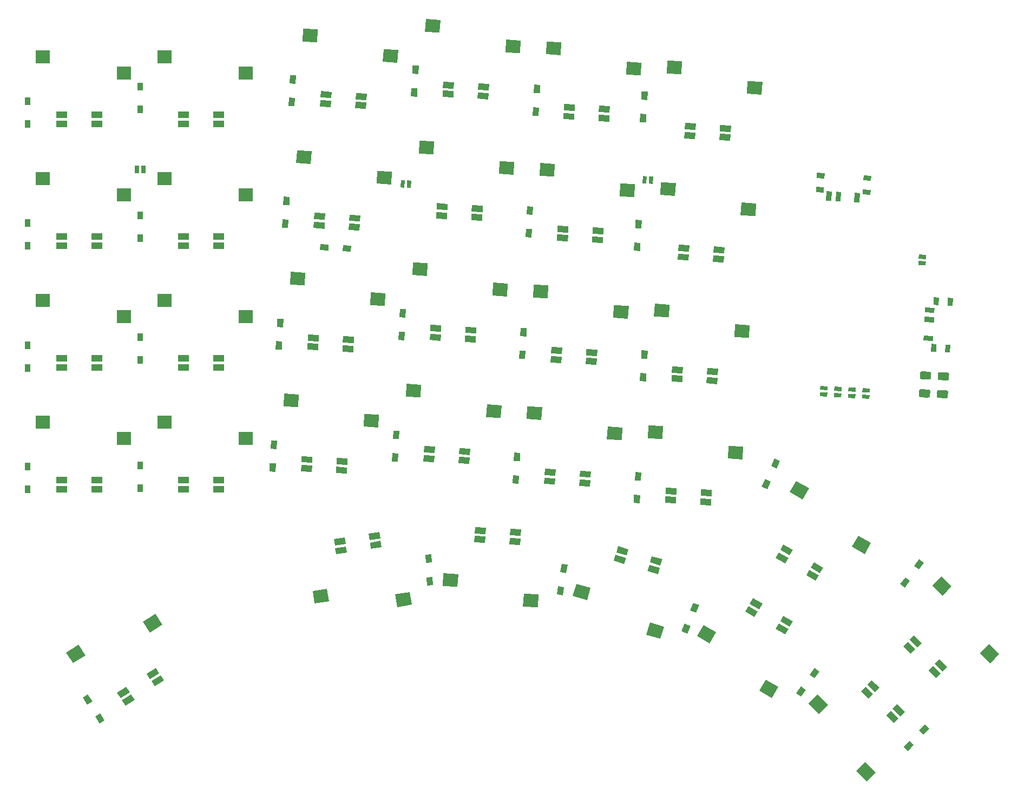
<source format=gtp>
G04 #@! TF.GenerationSoftware,KiCad,Pcbnew,(5.1.12-1-10_14)*
G04 #@! TF.CreationDate,2021-12-17T12:39:00+00:00*
G04 #@! TF.ProjectId,avalanche-hotswap,6176616c-616e-4636-9865-2d686f747377,rev?*
G04 #@! TF.SameCoordinates,Original*
G04 #@! TF.FileFunction,Paste,Top*
G04 #@! TF.FilePolarity,Positive*
%FSLAX46Y46*%
G04 Gerber Fmt 4.6, Leading zero omitted, Abs format (unit mm)*
G04 Created by KiCad (PCBNEW (5.1.12-1-10_14)) date 2021-12-17 12:39:00*
%MOMM*%
%LPD*%
G01*
G04 APERTURE LIST*
%ADD10C,0.100000*%
%ADD11R,1.700000X1.000000*%
%ADD12R,2.300000X2.000000*%
%ADD13R,0.950000X1.300000*%
%ADD14R,0.635000X1.143000*%
G04 APERTURE END LIST*
D10*
G36*
X196910841Y-38925500D02*
G01*
X196806169Y-40922759D01*
X194509321Y-40802386D01*
X194613993Y-38805127D01*
X196910841Y-38925500D01*
G37*
G36*
X184361179Y-35724315D02*
G01*
X184256507Y-37721574D01*
X181959659Y-37601201D01*
X182064331Y-35603942D01*
X184361179Y-35724315D01*
G37*
G36*
X136952854Y-91008910D02*
G01*
X136848182Y-93006169D01*
X134551334Y-92885796D01*
X134656006Y-90888537D01*
X136952854Y-91008910D01*
G37*
G36*
X124403192Y-87807725D02*
G01*
X124298520Y-89804984D01*
X122001672Y-89684611D01*
X122106344Y-87687352D01*
X124403192Y-87807725D01*
G37*
G36*
X213640538Y-88532144D02*
G01*
X212499105Y-88472324D01*
X212532338Y-87838194D01*
X213673771Y-87898014D01*
X213640538Y-88532144D01*
G37*
G36*
X213692914Y-87532756D02*
G01*
X212551481Y-87472936D01*
X212584714Y-86838806D01*
X213726147Y-86898626D01*
X213692914Y-87532756D01*
G37*
G36*
X211443553Y-88417005D02*
G01*
X210302120Y-88357185D01*
X210335353Y-87723055D01*
X211476786Y-87782875D01*
X211443553Y-88417005D01*
G37*
G36*
X211495929Y-87417617D02*
G01*
X210354496Y-87357797D01*
X210387729Y-86723667D01*
X211529162Y-86783487D01*
X211495929Y-87417617D01*
G37*
G36*
X209246568Y-88301866D02*
G01*
X208105135Y-88242046D01*
X208138368Y-87607916D01*
X209279801Y-87667736D01*
X209246568Y-88301866D01*
G37*
G36*
X209298944Y-87302478D02*
G01*
X208157511Y-87242658D01*
X208190744Y-86608528D01*
X209332177Y-86668348D01*
X209298944Y-87302478D01*
G37*
G36*
X207049583Y-88186726D02*
G01*
X205908150Y-88126906D01*
X205941383Y-87492776D01*
X207082816Y-87552596D01*
X207049583Y-88186726D01*
G37*
G36*
X207101959Y-87187338D02*
G01*
X205960526Y-87127518D01*
X205993759Y-86493388D01*
X207135192Y-86553208D01*
X207101959Y-87187338D01*
G37*
G36*
X149372613Y-98599284D02*
G01*
X149424949Y-97600655D01*
X151122619Y-97689626D01*
X151070283Y-98688255D01*
X149372613Y-98599284D01*
G37*
G36*
X149445883Y-97201202D02*
G01*
X149498219Y-96202573D01*
X151195889Y-96291544D01*
X151143553Y-97290173D01*
X149445883Y-97201202D01*
G37*
G36*
X143880151Y-98311436D02*
G01*
X143932487Y-97312807D01*
X145630157Y-97401778D01*
X145577821Y-98400407D01*
X143880151Y-98311436D01*
G37*
G36*
X143953421Y-96913354D02*
G01*
X144005757Y-95914725D01*
X145703427Y-96003696D01*
X145651091Y-97002325D01*
X143953421Y-96913354D01*
G37*
G36*
X175997622Y-73978994D02*
G01*
X175892950Y-75976253D01*
X173596102Y-75855880D01*
X173700774Y-73858621D01*
X175997622Y-73978994D01*
G37*
G36*
X163447960Y-70777809D02*
G01*
X163343288Y-72775068D01*
X161046440Y-72654695D01*
X161151112Y-70657436D01*
X163447960Y-70777809D01*
G37*
D11*
X106341269Y-82205259D03*
X106341269Y-83605259D03*
X111841269Y-82205259D03*
X111841269Y-83605259D03*
D10*
G36*
X203765301Y-116148901D02*
G01*
X204265301Y-115282875D01*
X205737545Y-116132875D01*
X205237545Y-116998901D01*
X203765301Y-116148901D01*
G37*
G36*
X204465301Y-114936465D02*
G01*
X204965301Y-114070439D01*
X206437545Y-114920439D01*
X205937545Y-115786465D01*
X204465301Y-114936465D01*
G37*
G36*
X199002161Y-113398901D02*
G01*
X199502161Y-112532875D01*
X200974405Y-113382875D01*
X200474405Y-114248901D01*
X199002161Y-113398901D01*
G37*
G36*
X199702161Y-112186465D02*
G01*
X200202161Y-111320439D01*
X201674405Y-112170439D01*
X201174405Y-113036465D01*
X199702161Y-112186465D01*
G37*
G36*
X135686370Y-111996507D02*
G01*
X135529936Y-111008819D01*
X137209006Y-110742881D01*
X137365440Y-111730569D01*
X135686370Y-111996507D01*
G37*
G36*
X135467362Y-110613743D02*
G01*
X135310928Y-109626055D01*
X136989998Y-109360117D01*
X137146432Y-110347805D01*
X135467362Y-110613743D01*
G37*
G36*
X130254084Y-112856897D02*
G01*
X130097650Y-111869209D01*
X131776720Y-111603271D01*
X131933154Y-112590959D01*
X130254084Y-112856897D01*
G37*
G36*
X130035076Y-111474133D02*
G01*
X129878642Y-110486445D01*
X131557712Y-110220507D01*
X131714146Y-111208195D01*
X130035076Y-111474133D01*
G37*
G36*
X189176312Y-67089273D02*
G01*
X189228648Y-66090644D01*
X190926318Y-66179615D01*
X190873982Y-67178244D01*
X189176312Y-67089273D01*
G37*
G36*
X189249582Y-65691191D02*
G01*
X189301918Y-64692562D01*
X190999588Y-64781533D01*
X190947252Y-65780162D01*
X189249582Y-65691191D01*
G37*
G36*
X183683850Y-66801425D02*
G01*
X183736186Y-65802796D01*
X185433856Y-65891767D01*
X185381520Y-66890396D01*
X183683850Y-66801425D01*
G37*
G36*
X183757120Y-65403343D02*
G01*
X183809456Y-64404714D01*
X185507126Y-64493685D01*
X185454790Y-65492314D01*
X183757120Y-65403343D01*
G37*
G36*
X101885827Y-133517377D02*
G01*
X101341187Y-132678707D01*
X102766927Y-131752821D01*
X103311567Y-132591491D01*
X101885827Y-133517377D01*
G37*
G36*
X101123333Y-132343238D02*
G01*
X100578693Y-131504568D01*
X102004433Y-130578682D01*
X102549073Y-131417352D01*
X101123333Y-132343238D01*
G37*
G36*
X97273139Y-136512892D02*
G01*
X96728499Y-135674222D01*
X98154239Y-134748336D01*
X98698879Y-135587006D01*
X97273139Y-136512892D01*
G37*
G36*
X96510645Y-135338753D02*
G01*
X95966005Y-134500083D01*
X97391745Y-133574197D01*
X97936385Y-134412867D01*
X96510645Y-135338753D01*
G37*
D11*
X87291279Y-101255249D03*
X87291279Y-102655249D03*
X92791279Y-101255249D03*
X92791279Y-102655249D03*
X87291265Y-82205254D03*
X87291265Y-83605254D03*
X92791265Y-82205254D03*
X92791265Y-83605254D03*
X87291244Y-63155245D03*
X87291244Y-64555245D03*
X92791244Y-63155245D03*
X92791244Y-64555245D03*
X87291291Y-44105255D03*
X87291291Y-45505255D03*
X92791291Y-44105255D03*
X92791291Y-45505255D03*
X106341266Y-44105254D03*
X106341266Y-45505254D03*
X111841266Y-44105254D03*
X111841266Y-45505254D03*
X106341269Y-63155231D03*
X106341269Y-64555231D03*
X111841269Y-63155231D03*
X111841269Y-64555231D03*
X106341286Y-101255273D03*
X106341286Y-102655273D03*
X111841286Y-101255273D03*
X111841286Y-102655273D03*
D10*
G36*
X130215277Y-100148837D02*
G01*
X130267613Y-99150208D01*
X131965283Y-99239179D01*
X131912947Y-100237808D01*
X130215277Y-100148837D01*
G37*
G36*
X130288547Y-98750755D02*
G01*
X130340883Y-97752126D01*
X132038553Y-97841097D01*
X131986217Y-98839726D01*
X130288547Y-98750755D01*
G37*
G36*
X124722815Y-99860989D02*
G01*
X124775151Y-98862360D01*
X126472821Y-98951331D01*
X126420485Y-99949960D01*
X124722815Y-99860989D01*
G37*
G36*
X124796085Y-98462907D02*
G01*
X124848421Y-97464278D01*
X126546091Y-97553249D01*
X126493755Y-98551878D01*
X124796085Y-98462907D01*
G37*
G36*
X131212267Y-81124930D02*
G01*
X131264603Y-80126301D01*
X132962273Y-80215272D01*
X132909937Y-81213901D01*
X131212267Y-81124930D01*
G37*
G36*
X131285537Y-79726848D02*
G01*
X131337873Y-78728219D01*
X133035543Y-78817190D01*
X132983207Y-79815819D01*
X131285537Y-79726848D01*
G37*
G36*
X125719805Y-80837082D02*
G01*
X125772141Y-79838453D01*
X127469811Y-79927424D01*
X127417475Y-80926053D01*
X125719805Y-80837082D01*
G37*
G36*
X125793075Y-79439000D02*
G01*
X125845411Y-78440371D01*
X127543081Y-78529342D01*
X127490745Y-79527971D01*
X125793075Y-79439000D01*
G37*
G36*
X132209278Y-62101006D02*
G01*
X132261614Y-61102377D01*
X133959284Y-61191348D01*
X133906948Y-62189977D01*
X132209278Y-62101006D01*
G37*
G36*
X132282548Y-60702924D02*
G01*
X132334884Y-59704295D01*
X134032554Y-59793266D01*
X133980218Y-60791895D01*
X132282548Y-60702924D01*
G37*
G36*
X126716816Y-61813158D02*
G01*
X126769152Y-60814529D01*
X128466822Y-60903500D01*
X128414486Y-61902129D01*
X126716816Y-61813158D01*
G37*
G36*
X126790086Y-60415076D02*
G01*
X126842422Y-59416447D01*
X128540092Y-59505418D01*
X128487756Y-60504047D01*
X126790086Y-60415076D01*
G37*
G36*
X133206285Y-43077150D02*
G01*
X133258621Y-42078521D01*
X134956291Y-42167492D01*
X134903955Y-43166121D01*
X133206285Y-43077150D01*
G37*
G36*
X133279555Y-41679068D02*
G01*
X133331891Y-40680439D01*
X135029561Y-40769410D01*
X134977225Y-41768039D01*
X133279555Y-41679068D01*
G37*
G36*
X127713823Y-42789302D02*
G01*
X127766159Y-41790673D01*
X129463829Y-41879644D01*
X129411493Y-42878273D01*
X127713823Y-42789302D01*
G37*
G36*
X127787093Y-41391220D02*
G01*
X127839429Y-40392591D01*
X129537099Y-40481562D01*
X129484763Y-41480191D01*
X127787093Y-41391220D01*
G37*
G36*
X152361021Y-41577575D02*
G01*
X152413357Y-40578946D01*
X154111027Y-40667917D01*
X154058691Y-41666546D01*
X152361021Y-41577575D01*
G37*
G36*
X152434291Y-40179493D02*
G01*
X152486627Y-39180864D01*
X154184297Y-39269835D01*
X154131961Y-40268464D01*
X152434291Y-40179493D01*
G37*
G36*
X146868559Y-41289727D02*
G01*
X146920895Y-40291098D01*
X148618565Y-40380069D01*
X148566229Y-41378698D01*
X146868559Y-41289727D01*
G37*
G36*
X146941829Y-39891645D02*
G01*
X146994165Y-38893016D01*
X148691835Y-38981987D01*
X148639499Y-39980616D01*
X146941829Y-39891645D01*
G37*
G36*
X151363984Y-60601461D02*
G01*
X151416320Y-59602832D01*
X153113990Y-59691803D01*
X153061654Y-60690432D01*
X151363984Y-60601461D01*
G37*
G36*
X151437254Y-59203379D02*
G01*
X151489590Y-58204750D01*
X153187260Y-58293721D01*
X153134924Y-59292350D01*
X151437254Y-59203379D01*
G37*
G36*
X145871522Y-60313613D02*
G01*
X145923858Y-59314984D01*
X147621528Y-59403955D01*
X147569192Y-60402584D01*
X145871522Y-60313613D01*
G37*
G36*
X145944792Y-58915531D02*
G01*
X145997128Y-57916902D01*
X147694798Y-58005873D01*
X147642462Y-59004502D01*
X145944792Y-58915531D01*
G37*
G36*
X150367012Y-79625352D02*
G01*
X150419348Y-78626723D01*
X152117018Y-78715694D01*
X152064682Y-79714323D01*
X150367012Y-79625352D01*
G37*
G36*
X150440282Y-78227270D02*
G01*
X150492618Y-77228641D01*
X152190288Y-77317612D01*
X152137952Y-78316241D01*
X150440282Y-78227270D01*
G37*
G36*
X144874550Y-79337504D02*
G01*
X144926886Y-78338875D01*
X146624556Y-78427846D01*
X146572220Y-79426475D01*
X144874550Y-79337504D01*
G37*
G36*
X144947820Y-77939422D02*
G01*
X145000156Y-76940793D01*
X146697826Y-77029764D01*
X146645490Y-78028393D01*
X144947820Y-77939422D01*
G37*
G36*
X157340888Y-111267975D02*
G01*
X157393224Y-110269346D01*
X159090894Y-110358317D01*
X159038558Y-111356946D01*
X157340888Y-111267975D01*
G37*
G36*
X157414158Y-109869893D02*
G01*
X157466494Y-108871264D01*
X159164164Y-108960235D01*
X159111828Y-109958864D01*
X157414158Y-109869893D01*
G37*
G36*
X151848426Y-110980127D02*
G01*
X151900762Y-109981498D01*
X153598432Y-110070469D01*
X153546096Y-111069098D01*
X151848426Y-110980127D01*
G37*
G36*
X151921696Y-109582045D02*
G01*
X151974032Y-108583416D01*
X153671702Y-108672387D01*
X153619366Y-109671016D01*
X151921696Y-109582045D01*
G37*
G36*
X178948213Y-115441251D02*
G01*
X179232228Y-114482431D01*
X180862221Y-114965257D01*
X180578206Y-115924077D01*
X178948213Y-115441251D01*
G37*
G36*
X179345834Y-114098903D02*
G01*
X179629849Y-113140083D01*
X181259842Y-113622909D01*
X180975827Y-114581729D01*
X179345834Y-114098903D01*
G37*
G36*
X173674704Y-113879167D02*
G01*
X173958719Y-112920347D01*
X175588712Y-113403173D01*
X175304697Y-114361993D01*
X173674704Y-113879167D01*
G37*
G36*
X174072325Y-112536819D02*
G01*
X174356340Y-111577999D01*
X175986333Y-112060825D01*
X175702318Y-113019645D01*
X174072325Y-112536819D01*
G37*
G36*
X168263098Y-102142799D02*
G01*
X168315434Y-101144170D01*
X170013104Y-101233141D01*
X169960768Y-102231770D01*
X168263098Y-102142799D01*
G37*
G36*
X168336368Y-100744717D02*
G01*
X168388704Y-99746088D01*
X170086374Y-99835059D01*
X170034038Y-100833688D01*
X168336368Y-100744717D01*
G37*
G36*
X162770636Y-101854951D02*
G01*
X162822972Y-100856322D01*
X164520642Y-100945293D01*
X164468306Y-101943922D01*
X162770636Y-101854951D01*
G37*
G36*
X162843906Y-100456869D02*
G01*
X162896242Y-99458240D01*
X164593912Y-99547211D01*
X164541576Y-100545840D01*
X162843906Y-100456869D01*
G37*
G36*
X169260079Y-83118908D02*
G01*
X169312415Y-82120279D01*
X171010085Y-82209250D01*
X170957749Y-83207879D01*
X169260079Y-83118908D01*
G37*
G36*
X169333349Y-81720826D02*
G01*
X169385685Y-80722197D01*
X171083355Y-80811168D01*
X171031019Y-81809797D01*
X169333349Y-81720826D01*
G37*
G36*
X163767617Y-82831060D02*
G01*
X163819953Y-81832431D01*
X165517623Y-81921402D01*
X165465287Y-82920031D01*
X163767617Y-82831060D01*
G37*
G36*
X163840887Y-81432978D02*
G01*
X163893223Y-80434349D01*
X165590893Y-80523320D01*
X165538557Y-81521949D01*
X163840887Y-81432978D01*
G37*
G36*
X170257059Y-64095036D02*
G01*
X170309395Y-63096407D01*
X172007065Y-63185378D01*
X171954729Y-64184007D01*
X170257059Y-64095036D01*
G37*
G36*
X170330329Y-62696954D02*
G01*
X170382665Y-61698325D01*
X172080335Y-61787296D01*
X172027999Y-62785925D01*
X170330329Y-62696954D01*
G37*
G36*
X164764597Y-63807188D02*
G01*
X164816933Y-62808559D01*
X166514603Y-62897530D01*
X166462267Y-63896159D01*
X164764597Y-63807188D01*
G37*
G36*
X164837867Y-62409106D02*
G01*
X164890203Y-61410477D01*
X166587873Y-61499448D01*
X166535537Y-62498077D01*
X164837867Y-62409106D01*
G37*
G36*
X171254064Y-45071131D02*
G01*
X171306400Y-44072502D01*
X173004070Y-44161473D01*
X172951734Y-45160102D01*
X171254064Y-45071131D01*
G37*
G36*
X171327334Y-43673049D02*
G01*
X171379670Y-42674420D01*
X173077340Y-42763391D01*
X173025004Y-43762020D01*
X171327334Y-43673049D01*
G37*
G36*
X165761602Y-44783283D02*
G01*
X165813938Y-43784654D01*
X167511608Y-43873625D01*
X167459272Y-44872254D01*
X165761602Y-44783283D01*
G37*
G36*
X165834872Y-43385201D02*
G01*
X165887208Y-42386572D01*
X167584878Y-42475543D01*
X167532542Y-43474172D01*
X165834872Y-43385201D01*
G37*
G36*
X190173297Y-48065401D02*
G01*
X190225633Y-47066772D01*
X191923303Y-47155743D01*
X191870967Y-48154372D01*
X190173297Y-48065401D01*
G37*
G36*
X190246567Y-46667319D02*
G01*
X190298903Y-45668690D01*
X191996573Y-45757661D01*
X191944237Y-46756290D01*
X190246567Y-46667319D01*
G37*
G36*
X184680835Y-47777553D02*
G01*
X184733171Y-46778924D01*
X186430841Y-46867895D01*
X186378505Y-47866524D01*
X184680835Y-47777553D01*
G37*
G36*
X184754105Y-46379471D02*
G01*
X184806441Y-45380842D01*
X186504111Y-45469813D01*
X186451775Y-46468442D01*
X184754105Y-46379471D01*
G37*
G36*
X188179296Y-86113167D02*
G01*
X188231632Y-85114538D01*
X189929302Y-85203509D01*
X189876966Y-86202138D01*
X188179296Y-86113167D01*
G37*
G36*
X188252566Y-84715085D02*
G01*
X188304902Y-83716456D01*
X190002572Y-83805427D01*
X189950236Y-84804056D01*
X188252566Y-84715085D01*
G37*
G36*
X182686834Y-85825319D02*
G01*
X182739170Y-84826690D01*
X184436840Y-84915661D01*
X184384504Y-85914290D01*
X182686834Y-85825319D01*
G37*
G36*
X182760104Y-84427237D02*
G01*
X182812440Y-83428608D01*
X184510110Y-83517579D01*
X184457774Y-84516208D01*
X182760104Y-84427237D01*
G37*
G36*
X222914525Y-131026226D02*
G01*
X223602880Y-130300851D01*
X224836017Y-131471054D01*
X224147662Y-132196429D01*
X222914525Y-131026226D01*
G37*
G36*
X223878222Y-130010702D02*
G01*
X224566577Y-129285327D01*
X225799714Y-130455530D01*
X225111359Y-131180905D01*
X223878222Y-130010702D01*
G37*
G36*
X218924966Y-127240276D02*
G01*
X219613321Y-126514901D01*
X220846458Y-127685104D01*
X220158103Y-128410479D01*
X218924966Y-127240276D01*
G37*
G36*
X219888663Y-126224752D02*
G01*
X220577018Y-125499377D01*
X221810155Y-126669580D01*
X221121800Y-127394955D01*
X219888663Y-126224752D01*
G37*
G36*
X199002814Y-124539439D02*
G01*
X199502814Y-123673413D01*
X200975058Y-124523413D01*
X200475058Y-125389439D01*
X199002814Y-124539439D01*
G37*
G36*
X199702814Y-123327003D02*
G01*
X200202814Y-122460977D01*
X201675058Y-123310977D01*
X201175058Y-124177003D01*
X199702814Y-123327003D01*
G37*
G36*
X194239674Y-121789439D02*
G01*
X194739674Y-120923413D01*
X196211918Y-121773413D01*
X195711918Y-122639439D01*
X194239674Y-121789439D01*
G37*
G36*
X194939674Y-120577003D02*
G01*
X195439674Y-119710977D01*
X196911918Y-120560977D01*
X196411918Y-121427003D01*
X194939674Y-120577003D01*
G37*
G36*
X216312464Y-138039525D02*
G01*
X217000819Y-137314150D01*
X218233956Y-138484353D01*
X217545601Y-139209728D01*
X216312464Y-138039525D01*
G37*
G36*
X217276161Y-137024001D02*
G01*
X217964516Y-136298626D01*
X219197653Y-137468829D01*
X218509298Y-138194204D01*
X217276161Y-137024001D01*
G37*
G36*
X212322905Y-134253575D02*
G01*
X213011260Y-133528200D01*
X214244397Y-134698403D01*
X213556042Y-135423778D01*
X212322905Y-134253575D01*
G37*
G36*
X213286602Y-133238051D02*
G01*
X213974957Y-132512676D01*
X215208094Y-133682879D01*
X214519739Y-134408254D01*
X213286602Y-133238051D01*
G37*
G36*
X187184919Y-105087147D02*
G01*
X187237255Y-104088518D01*
X188934925Y-104177489D01*
X188882589Y-105176118D01*
X187184919Y-105087147D01*
G37*
G36*
X187258189Y-103689065D02*
G01*
X187310525Y-102690436D01*
X189008195Y-102779407D01*
X188955859Y-103778036D01*
X187258189Y-103689065D01*
G37*
G36*
X181692457Y-104799299D02*
G01*
X181744793Y-103800670D01*
X183442463Y-103889641D01*
X183390127Y-104888270D01*
X181692457Y-104799299D01*
G37*
G36*
X181765727Y-103401217D02*
G01*
X181818063Y-102402588D01*
X183515733Y-102491559D01*
X183463397Y-103490188D01*
X181765727Y-103401217D01*
G37*
G36*
X175000638Y-93002898D02*
G01*
X174895966Y-95000157D01*
X172599118Y-94879784D01*
X172703790Y-92882525D01*
X175000638Y-93002898D01*
G37*
G36*
X162450976Y-89801713D02*
G01*
X162346304Y-91798972D01*
X160049456Y-91678599D01*
X160154128Y-89681340D01*
X162450976Y-89801713D01*
G37*
D12*
X103391260Y-34985231D03*
X116091260Y-37525231D03*
D10*
G36*
X226667699Y-73966089D02*
G01*
X225868796Y-73924220D01*
X225931599Y-72725865D01*
X226730502Y-72767734D01*
X226667699Y-73966089D01*
G37*
G36*
X224470714Y-73850950D02*
G01*
X223671811Y-73809081D01*
X223734614Y-72610726D01*
X224533517Y-72652595D01*
X224470714Y-73850950D01*
G37*
G36*
X226284600Y-81276057D02*
G01*
X225485697Y-81234188D01*
X225548500Y-80035833D01*
X226347403Y-80077702D01*
X226284600Y-81276057D01*
G37*
G36*
X224087615Y-81160918D02*
G01*
X223288712Y-81119049D01*
X223351515Y-79920694D01*
X224150418Y-79962563D01*
X224087615Y-81160918D01*
G37*
G36*
X223825566Y-75078869D02*
G01*
X222327621Y-75000365D01*
X222369490Y-74201461D01*
X223867435Y-74279965D01*
X223825566Y-75078869D01*
G37*
G36*
X223748109Y-76556840D02*
G01*
X222250164Y-76478336D01*
X222292033Y-75679432D01*
X223789978Y-75757936D01*
X223748109Y-76556840D01*
G37*
G36*
X223594241Y-79492811D02*
G01*
X222096296Y-79414307D01*
X222138165Y-78615403D01*
X223636110Y-78693907D01*
X223594241Y-79492811D01*
G37*
G36*
X206644993Y-53239773D02*
G01*
X206603124Y-54038676D01*
X205404769Y-53975873D01*
X205446638Y-53176970D01*
X206644993Y-53239773D01*
G37*
G36*
X206529854Y-55436758D02*
G01*
X206487985Y-56235661D01*
X205289630Y-56172858D01*
X205331499Y-55373955D01*
X206529854Y-55436758D01*
G37*
G36*
X213954961Y-53622872D02*
G01*
X213913092Y-54421775D01*
X212714737Y-54358972D01*
X212756606Y-53560069D01*
X213954961Y-53622872D01*
G37*
G36*
X213839822Y-55819857D02*
G01*
X213797953Y-56618760D01*
X212599598Y-56555957D01*
X212641467Y-55757054D01*
X213839822Y-55819857D01*
G37*
G36*
X207757773Y-56081906D02*
G01*
X207679269Y-57579851D01*
X206880365Y-57537982D01*
X206958869Y-56040037D01*
X207757773Y-56081906D01*
G37*
G36*
X209235744Y-56159363D02*
G01*
X209157240Y-57657308D01*
X208358336Y-57615439D01*
X208436840Y-56117494D01*
X209235744Y-56159363D01*
G37*
G36*
X212171715Y-56313231D02*
G01*
X212093211Y-57811176D01*
X211294307Y-57769307D01*
X211372811Y-56271362D01*
X212171715Y-56313231D01*
G37*
G36*
X193919842Y-95997177D02*
G01*
X193815170Y-97994436D01*
X191518322Y-97874063D01*
X191622994Y-95876804D01*
X193919842Y-95997177D01*
G37*
G36*
X181370180Y-92795992D02*
G01*
X181265508Y-94793251D01*
X178968660Y-94672878D01*
X179073332Y-92675619D01*
X181370180Y-92795992D01*
G37*
G36*
X143558313Y-86300664D02*
G01*
X143453641Y-88297923D01*
X141156793Y-88177550D01*
X141261465Y-86180291D01*
X143558313Y-86300664D01*
G37*
G36*
X156107975Y-89501849D02*
G01*
X156003303Y-91499108D01*
X153706455Y-91378735D01*
X153811127Y-89381476D01*
X156107975Y-89501849D01*
G37*
G36*
X204120246Y-136231194D02*
G01*
X205496955Y-134780445D01*
X207165316Y-136363660D01*
X205788607Y-137814409D01*
X204120246Y-136231194D01*
G37*
G36*
X211584079Y-146815748D02*
G01*
X212960788Y-145364999D01*
X214629149Y-146948214D01*
X213252440Y-148398963D01*
X211584079Y-146815748D01*
G37*
G36*
X146925619Y-117801671D02*
G01*
X147030291Y-115804412D01*
X149327139Y-115924785D01*
X149222467Y-117922044D01*
X146925619Y-117801671D01*
G37*
G36*
X159475281Y-121002856D02*
G01*
X159579953Y-119005597D01*
X161876801Y-119125970D01*
X161772129Y-121123229D01*
X159475281Y-121002856D01*
G37*
G36*
X233985581Y-128439365D02*
G01*
X232608872Y-129890114D01*
X230940511Y-128306899D01*
X232317220Y-126856150D01*
X233985581Y-128439365D01*
G37*
G36*
X226521748Y-117854811D02*
G01*
X225145039Y-119305560D01*
X223476678Y-117722345D01*
X224853387Y-116271596D01*
X226521748Y-117854811D01*
G37*
G36*
X221388054Y-115231488D02*
G01*
X220634368Y-114653165D01*
X221425758Y-113621806D01*
X222179444Y-114200129D01*
X221388054Y-115231488D01*
G37*
G36*
X219226950Y-118047892D02*
G01*
X218473264Y-117469569D01*
X219264654Y-116438210D01*
X220018340Y-117016533D01*
X219226950Y-118047892D01*
G37*
G36*
X126869931Y-120566206D02*
G01*
X126557062Y-118590829D01*
X128828745Y-118231030D01*
X129141614Y-120206407D01*
X126869931Y-120566206D01*
G37*
G36*
X139810916Y-121088217D02*
G01*
X139498047Y-119112840D01*
X141769730Y-118753041D01*
X142082599Y-120728418D01*
X139810916Y-121088217D01*
G37*
G36*
X144201493Y-112881912D02*
G01*
X145150191Y-112832193D01*
X145218227Y-114130412D01*
X144269529Y-114180131D01*
X144201493Y-112881912D01*
G37*
G36*
X144387285Y-116427046D02*
G01*
X145335983Y-116377327D01*
X145404019Y-117675546D01*
X144455321Y-117725265D01*
X144387285Y-116427046D01*
G37*
G36*
X186696027Y-125613735D02*
G01*
X187696027Y-123881685D01*
X189687885Y-125031685D01*
X188687885Y-126763735D01*
X186696027Y-125613735D01*
G37*
G36*
X196424550Y-134163439D02*
G01*
X197424550Y-132431389D01*
X199416408Y-133581389D01*
X198416408Y-135313439D01*
X196424550Y-134163439D01*
G37*
G36*
X167272447Y-119366771D02*
G01*
X167840478Y-117449132D01*
X170045763Y-118102367D01*
X169477732Y-120020006D01*
X167272447Y-119366771D01*
G37*
G36*
X178728059Y-125409168D02*
G01*
X179296090Y-123491529D01*
X181501375Y-124144764D01*
X180933344Y-126062403D01*
X178728059Y-125409168D01*
G37*
D12*
X84341255Y-54035244D03*
X97041255Y-56575244D03*
X103391271Y-73085249D03*
X116091271Y-75625249D03*
D10*
G36*
X219889673Y-142014822D02*
G01*
X220578778Y-142668759D01*
X219683917Y-143611746D01*
X218994812Y-142957809D01*
X219889673Y-142014822D01*
G37*
G36*
X222333331Y-139439742D02*
G01*
X223022436Y-140093679D01*
X222127575Y-141036666D01*
X221438470Y-140382729D01*
X222333331Y-139439742D01*
G37*
G36*
X202961216Y-133507007D02*
G01*
X203729782Y-134065403D01*
X202965662Y-135117125D01*
X202197096Y-134558729D01*
X202961216Y-133507007D01*
G37*
G36*
X205047854Y-130634997D02*
G01*
X205816420Y-131193393D01*
X205052300Y-132245115D01*
X204283734Y-131686719D01*
X205047854Y-130634997D01*
G37*
G36*
X184769677Y-123684667D02*
G01*
X185647363Y-124048216D01*
X185149875Y-125249259D01*
X184272189Y-124885710D01*
X184769677Y-123684667D01*
G37*
G36*
X186128203Y-120404895D02*
G01*
X187005889Y-120768444D01*
X186508401Y-121969487D01*
X185630715Y-121605938D01*
X186128203Y-120404895D01*
G37*
G36*
X164958868Y-117832583D02*
G01*
X165897172Y-117981196D01*
X165693808Y-119265191D01*
X164755504Y-119116578D01*
X164958868Y-117832583D01*
G37*
G36*
X165514210Y-114326289D02*
G01*
X166452514Y-114474902D01*
X166249150Y-115758897D01*
X165310846Y-115610284D01*
X165514210Y-114326289D01*
G37*
G36*
X199133020Y-99419207D02*
G01*
X198265152Y-99032808D01*
X198793910Y-97845199D01*
X199661778Y-98231598D01*
X199133020Y-99419207D01*
G37*
G36*
X197689104Y-102662293D02*
G01*
X196821236Y-102275894D01*
X197349994Y-101088285D01*
X198217862Y-101474684D01*
X197689104Y-102662293D01*
G37*
G36*
X177894291Y-101320757D02*
G01*
X176945593Y-101271038D01*
X177013629Y-99972819D01*
X177962327Y-100022538D01*
X177894291Y-101320757D01*
G37*
G36*
X177708499Y-104865891D02*
G01*
X176759801Y-104816172D01*
X176827837Y-103517953D01*
X177776535Y-103567672D01*
X177708499Y-104865891D01*
G37*
G36*
X158977688Y-98276524D02*
G01*
X158028990Y-98226805D01*
X158097026Y-96928586D01*
X159045724Y-96978305D01*
X158977688Y-98276524D01*
G37*
G36*
X158791896Y-101821658D02*
G01*
X157843198Y-101771939D01*
X157911234Y-100473720D01*
X158859932Y-100523439D01*
X158791896Y-101821658D01*
G37*
G36*
X140081989Y-94832917D02*
G01*
X139133291Y-94783198D01*
X139201327Y-93484979D01*
X140150025Y-93534698D01*
X140081989Y-94832917D01*
G37*
G36*
X139896197Y-98378051D02*
G01*
X138947499Y-98328332D01*
X139015535Y-97030113D01*
X139964233Y-97079832D01*
X139896197Y-98378051D01*
G37*
G36*
X120924666Y-96382392D02*
G01*
X119975968Y-96332673D01*
X120044004Y-95034454D01*
X120992702Y-95084173D01*
X120924666Y-96382392D01*
G37*
G36*
X120738874Y-99927526D02*
G01*
X119790176Y-99877807D01*
X119858212Y-98579588D01*
X120806910Y-98629307D01*
X120738874Y-99927526D01*
G37*
D13*
X99541310Y-102480260D03*
X99541310Y-98930260D03*
X81991265Y-102680252D03*
X81991265Y-99130252D03*
D10*
G36*
X178892600Y-82271889D02*
G01*
X177943902Y-82222170D01*
X178011938Y-80923951D01*
X178960636Y-80973670D01*
X178892600Y-82271889D01*
G37*
G36*
X178706808Y-85817023D02*
G01*
X177758110Y-85767304D01*
X177826146Y-84469085D01*
X178774844Y-84518804D01*
X178706808Y-85817023D01*
G37*
G36*
X160000838Y-78753325D02*
G01*
X159052140Y-78703606D01*
X159120176Y-77405387D01*
X160068874Y-77455106D01*
X160000838Y-78753325D01*
G37*
G36*
X159815046Y-82298459D02*
G01*
X158866348Y-82248740D01*
X158934384Y-80950521D01*
X159883082Y-81000240D01*
X159815046Y-82298459D01*
G37*
G36*
X141079008Y-75809006D02*
G01*
X140130310Y-75759287D01*
X140198346Y-74461068D01*
X141147044Y-74510787D01*
X141079008Y-75809006D01*
G37*
G36*
X140893216Y-79354140D02*
G01*
X139944518Y-79304421D01*
X140012554Y-78006202D01*
X140961252Y-78055921D01*
X140893216Y-79354140D01*
G37*
G36*
X121924274Y-77308592D02*
G01*
X120975576Y-77258873D01*
X121043612Y-75960654D01*
X121992310Y-76010373D01*
X121924274Y-77308592D01*
G37*
G36*
X121738482Y-80853726D02*
G01*
X120789784Y-80804007D01*
X120857820Y-79505788D01*
X121806518Y-79555507D01*
X121738482Y-80853726D01*
G37*
D13*
X99591274Y-82430254D03*
X99591274Y-78880254D03*
X81942940Y-83682380D03*
X81942940Y-80132380D03*
D10*
G36*
X92101254Y-135847381D02*
G01*
X91304517Y-136364788D01*
X90596486Y-135274517D01*
X91393223Y-134757110D01*
X92101254Y-135847381D01*
G37*
G36*
X94034722Y-138824661D02*
G01*
X93237985Y-139342068D01*
X92529954Y-138251797D01*
X93326691Y-137734390D01*
X94034722Y-138824661D01*
G37*
G36*
X177959076Y-61870055D02*
G01*
X177010378Y-61820336D01*
X177078414Y-60522117D01*
X178027112Y-60571836D01*
X177959076Y-61870055D01*
G37*
G36*
X177773284Y-65415189D02*
G01*
X176824586Y-65365470D01*
X176892622Y-64067251D01*
X177841320Y-64116970D01*
X177773284Y-65415189D01*
G37*
G36*
X160997838Y-59729454D02*
G01*
X160049140Y-59679735D01*
X160117176Y-58381516D01*
X161065874Y-58431235D01*
X160997838Y-59729454D01*
G37*
G36*
X160812046Y-63274588D02*
G01*
X159863348Y-63224869D01*
X159931384Y-61926650D01*
X160880082Y-61976369D01*
X160812046Y-63274588D01*
G37*
G36*
X131258696Y-65430834D02*
G01*
X131308415Y-64482136D01*
X132606634Y-64550172D01*
X132556915Y-65498870D01*
X131258696Y-65430834D01*
G37*
G36*
X127713562Y-65245042D02*
G01*
X127763281Y-64296344D01*
X129061500Y-64364380D01*
X129011781Y-65313078D01*
X127713562Y-65245042D01*
G37*
G36*
X122923897Y-58234789D02*
G01*
X121975199Y-58185070D01*
X122043235Y-56886851D01*
X122991933Y-56936570D01*
X122923897Y-58234789D01*
G37*
G36*
X122738105Y-61779923D02*
G01*
X121789407Y-61730204D01*
X121857443Y-60431985D01*
X122806141Y-60481704D01*
X122738105Y-61779923D01*
G37*
D13*
X99591292Y-63380262D03*
X99591292Y-59830262D03*
X81991280Y-64580239D03*
X81991280Y-61030239D03*
D10*
G36*
X178893278Y-41751367D02*
G01*
X177944580Y-41701648D01*
X178012616Y-40403429D01*
X178961314Y-40453148D01*
X178893278Y-41751367D01*
G37*
G36*
X178707486Y-45296501D02*
G01*
X177758788Y-45246782D01*
X177826824Y-43948563D01*
X178775522Y-43998282D01*
X178707486Y-45296501D01*
G37*
G36*
X162114698Y-40711842D02*
G01*
X161166000Y-40662123D01*
X161234036Y-39363904D01*
X162182734Y-39413623D01*
X162114698Y-40711842D01*
G37*
G36*
X161928906Y-44256976D02*
G01*
X160980208Y-44207257D01*
X161048244Y-42909038D01*
X161996942Y-42958757D01*
X161928906Y-44256976D01*
G37*
G36*
X143075596Y-37711302D02*
G01*
X142126898Y-37661583D01*
X142194934Y-36363364D01*
X143143632Y-36413083D01*
X143075596Y-37711302D01*
G37*
G36*
X142889804Y-41256436D02*
G01*
X141941106Y-41206717D01*
X142009142Y-39908498D01*
X142957840Y-39958217D01*
X142889804Y-41256436D01*
G37*
G36*
X123920885Y-39210857D02*
G01*
X122972187Y-39161138D01*
X123040223Y-37862919D01*
X123988921Y-37912638D01*
X123920885Y-39210857D01*
G37*
G36*
X123735093Y-42755991D02*
G01*
X122786395Y-42706272D01*
X122854431Y-41408053D01*
X123803129Y-41457772D01*
X123735093Y-42755991D01*
G37*
D13*
X99571238Y-43190250D03*
X99571238Y-39640250D03*
X81991287Y-45480276D03*
X81991287Y-41930276D03*
D14*
X100091267Y-52655270D03*
X99090507Y-52655270D03*
D10*
G36*
X140300861Y-55436879D02*
G01*
X140360681Y-54295446D01*
X140994811Y-54328679D01*
X140934991Y-55470112D01*
X140300861Y-55436879D01*
G37*
G36*
X141300249Y-55489255D02*
G01*
X141360069Y-54347822D01*
X141994199Y-54381055D01*
X141934379Y-55522488D01*
X141300249Y-55489255D01*
G37*
G36*
X178135584Y-54816152D02*
G01*
X178195404Y-53674719D01*
X178829534Y-53707952D01*
X178769714Y-54849385D01*
X178135584Y-54816152D01*
G37*
G36*
X179134972Y-54868528D02*
G01*
X179194792Y-53727095D01*
X179828922Y-53760328D01*
X179769102Y-54901761D01*
X179134972Y-54868528D01*
G37*
G36*
X221406487Y-65962533D02*
G01*
X222547920Y-66022353D01*
X222514687Y-66656483D01*
X221373254Y-66596663D01*
X221406487Y-65962533D01*
G37*
G36*
X221354111Y-66961921D02*
G01*
X222495544Y-67021741D01*
X222462311Y-67655871D01*
X221320878Y-67596051D01*
X221354111Y-66961921D01*
G37*
D12*
X84341259Y-73085247D03*
X97041259Y-75625247D03*
X103391272Y-54035247D03*
X116091272Y-56575247D03*
D10*
G36*
X137949846Y-71985024D02*
G01*
X137845174Y-73982283D01*
X135548326Y-73861910D01*
X135652998Y-71864651D01*
X137949846Y-71985024D01*
G37*
G36*
X125400184Y-68783839D02*
G01*
X125295512Y-70781098D01*
X122998664Y-70660725D01*
X123103336Y-68663466D01*
X125400184Y-68783839D01*
G37*
G36*
X194916865Y-76973281D02*
G01*
X194812193Y-78970540D01*
X192515345Y-78850167D01*
X192620017Y-76852908D01*
X194916865Y-76973281D01*
G37*
G36*
X182367203Y-73772096D02*
G01*
X182262531Y-75769355D01*
X179965683Y-75648982D01*
X180070355Y-73651723D01*
X182367203Y-73772096D01*
G37*
D12*
X84341246Y-92135235D03*
X97041246Y-94675235D03*
D10*
G36*
X157104564Y-70485457D02*
G01*
X156999892Y-72482716D01*
X154703044Y-72362343D01*
X154807716Y-70365084D01*
X157104564Y-70485457D01*
G37*
G36*
X144554902Y-67284272D02*
G01*
X144450230Y-69281531D01*
X142153382Y-69161158D01*
X142258054Y-67163899D01*
X144554902Y-67284272D01*
G37*
G36*
G01*
X223029695Y-85519307D02*
X221781409Y-85453887D01*
G75*
G02*
X221544836Y-85191146I13084J249657D01*
G01*
X221584088Y-84442174D01*
G75*
G02*
X221846829Y-84205601I249657J-13084D01*
G01*
X223095115Y-84271021D01*
G75*
G02*
X223331688Y-84533762I-13084J-249657D01*
G01*
X223292436Y-85282734D01*
G75*
G02*
X223029695Y-85519307I-249657J13084D01*
G01*
G37*
G36*
G01*
X222883155Y-88315469D02*
X221634869Y-88250049D01*
G75*
G02*
X221398296Y-87987308I13084J249657D01*
G01*
X221437548Y-87238336D01*
G75*
G02*
X221700289Y-87001763I249657J-13084D01*
G01*
X222948575Y-87067183D01*
G75*
G02*
X223185148Y-87329924I-13084J-249657D01*
G01*
X223145896Y-88078896D01*
G75*
G02*
X222883155Y-88315469I-249657J13084D01*
G01*
G37*
G36*
G01*
X224496505Y-87148273D02*
X225744791Y-87213693D01*
G75*
G02*
X225981364Y-87476434I-13084J-249657D01*
G01*
X225942112Y-88225406D01*
G75*
G02*
X225679371Y-88461979I-249657J13084D01*
G01*
X224431085Y-88396559D01*
G75*
G02*
X224194512Y-88133818I13084J249657D01*
G01*
X224233764Y-87384846D01*
G75*
G02*
X224496505Y-87148273I249657J-13084D01*
G01*
G37*
G36*
G01*
X224643045Y-84352111D02*
X225891331Y-84417531D01*
G75*
G02*
X226127904Y-84680272I-13084J-249657D01*
G01*
X226088652Y-85429244D01*
G75*
G02*
X225825911Y-85665817I-249657J13084D01*
G01*
X224577625Y-85600397D01*
G75*
G02*
X224341052Y-85337656I13084J249657D01*
G01*
X224380304Y-84588684D01*
G75*
G02*
X224643045Y-84352111I249657J-13084D01*
G01*
G37*
D12*
X103391251Y-92135251D03*
X116091251Y-94675251D03*
D10*
G36*
X213917248Y-111065239D02*
G01*
X212917248Y-112797289D01*
X210925390Y-111647289D01*
X211925390Y-109915239D01*
X213917248Y-111065239D01*
G37*
G36*
X204188725Y-102515535D02*
G01*
X203188725Y-104247585D01*
X201196867Y-103097585D01*
X202196867Y-101365535D01*
X204188725Y-102515535D01*
G37*
G36*
X195913852Y-57949360D02*
G01*
X195809180Y-59946619D01*
X193512332Y-59826246D01*
X193617004Y-57828987D01*
X195913852Y-57949360D01*
G37*
G36*
X183364190Y-54748175D02*
G01*
X183259518Y-56745434D01*
X180962670Y-56625061D01*
X181067342Y-54627802D01*
X183364190Y-54748175D01*
G37*
G36*
X176994639Y-54955119D02*
G01*
X176889967Y-56952378D01*
X174593119Y-56832005D01*
X174697791Y-54834746D01*
X176994639Y-54955119D01*
G37*
G36*
X164444977Y-51753934D02*
G01*
X164340305Y-53751193D01*
X162043457Y-53630820D01*
X162148129Y-51633561D01*
X164444977Y-51753934D01*
G37*
G36*
X177991647Y-35931205D02*
G01*
X177886975Y-37928464D01*
X175590127Y-37808091D01*
X175694799Y-35810832D01*
X177991647Y-35931205D01*
G37*
G36*
X165441985Y-32730020D02*
G01*
X165337313Y-34727279D01*
X163040465Y-34606906D01*
X163145137Y-32609647D01*
X165441985Y-32730020D01*
G37*
G36*
X158101568Y-51461562D02*
G01*
X157996896Y-53458821D01*
X155700048Y-53338448D01*
X155804720Y-51341189D01*
X158101568Y-51461562D01*
G37*
G36*
X145551906Y-48260377D02*
G01*
X145447234Y-50257636D01*
X143150386Y-50137263D01*
X143255058Y-48140004D01*
X145551906Y-48260377D01*
G37*
G36*
X146548894Y-29236482D02*
G01*
X146444222Y-31233741D01*
X144147374Y-31113368D01*
X144252046Y-29116109D01*
X146548894Y-29236482D01*
G37*
G36*
X159098556Y-32437667D02*
G01*
X158993884Y-34434926D01*
X156697036Y-34314553D01*
X156801708Y-32317294D01*
X159098556Y-32437667D01*
G37*
G36*
X138946836Y-52961126D02*
G01*
X138842164Y-54958385D01*
X136545316Y-54838012D01*
X136649988Y-52840753D01*
X138946836Y-52961126D01*
G37*
G36*
X126397174Y-49759941D02*
G01*
X126292502Y-51757200D01*
X123995654Y-51636827D01*
X124100326Y-49639568D01*
X126397174Y-49759941D01*
G37*
G36*
X139943838Y-33937236D02*
G01*
X139839166Y-35934495D01*
X137542318Y-35814122D01*
X137646990Y-33816863D01*
X139943838Y-33937236D01*
G37*
G36*
X127394176Y-30736051D02*
G01*
X127289504Y-32733310D01*
X124992656Y-32612937D01*
X125097328Y-30615678D01*
X127394176Y-30736051D01*
G37*
G36*
X101964343Y-122162780D02*
G01*
X103053621Y-123840121D01*
X101124679Y-125092790D01*
X100035401Y-123415449D01*
X101964343Y-122162780D01*
G37*
G36*
X89929844Y-126949472D02*
G01*
X91019122Y-128626813D01*
X89090180Y-129879482D01*
X88000902Y-128202141D01*
X89929844Y-126949472D01*
G37*
D12*
X84341274Y-34985231D03*
X97041274Y-37525231D03*
M02*

</source>
